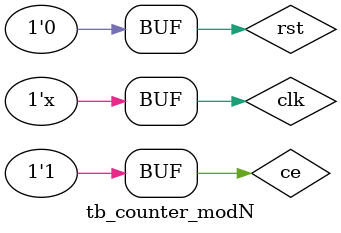
<source format=v>
`timescale 1ns / 1ps


module tb_counter_modN;

	// Inputs
	reg clk;
	reg ce;
	reg rst;
	wire [2:0] out;

	// Instantiate the Unit Under Test (UUT)
	counter_modN #
	(
		.N(6)
	)
	uut
	(
		.clk(clk), 
		.ce(ce), 
		.rst(rst), 
		.out(out)
	);

	initial begin
		// Initialize Inputs
		clk = 0;
		ce = 1;
		rst = 0;

		// Wait 100 ns for global reset to finish
		#100;
        
		// Add stimulus here

	end
	always
		#5 clk = !clk;
      
endmodule


</source>
